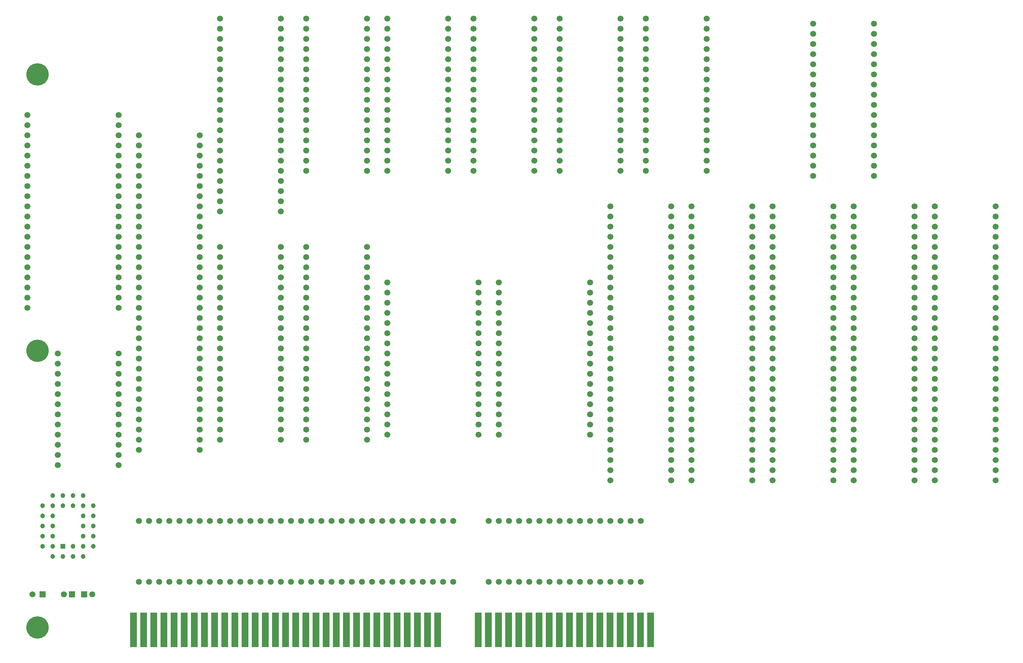
<source format=gbs>
%TF.GenerationSoftware,KiCad,Pcbnew,9.0.2*%
%TF.CreationDate,2025-08-22T21:35:53+02:00*%
%TF.ProjectId,Graphics Board,47726170-6869-4637-9320-426f6172642e,V0*%
%TF.SameCoordinates,Original*%
%TF.FileFunction,Soldermask,Bot*%
%TF.FilePolarity,Negative*%
%FSLAX46Y46*%
G04 Gerber Fmt 4.6, Leading zero omitted, Abs format (unit mm)*
G04 Created by KiCad (PCBNEW 9.0.2) date 2025-08-22 21:35:53*
%MOMM*%
%LPD*%
G01*
G04 APERTURE LIST*
%ADD10C,1.500000*%
%ADD11C,5.600000*%
%ADD12R,1.500000X1.500000*%
%ADD13R,1.780000X8.620000*%
%ADD14C,1.200000*%
%ADD15R,1.200000X1.200000*%
G04 APERTURE END LIST*
D10*
%TO.C,B21*%
X185420000Y152400000D03*
X185420000Y149860000D03*
X185420000Y147320000D03*
X185420000Y144780000D03*
X185420000Y142240000D03*
X185420000Y139700000D03*
X185420000Y137160000D03*
X185420000Y134620000D03*
X185420000Y132080000D03*
X185420000Y129540000D03*
X185420000Y127000000D03*
X185420000Y124460000D03*
X185420000Y121920000D03*
X185420000Y119380000D03*
X185420000Y116840000D03*
X185420000Y114300000D03*
X170180000Y114300000D03*
X170180000Y116840000D03*
X170180000Y119380000D03*
X170180000Y121920000D03*
X170180000Y124460000D03*
X170180000Y127000000D03*
X170180000Y129540000D03*
X170180000Y132080000D03*
X170180000Y134620000D03*
X170180000Y137160000D03*
X170180000Y139700000D03*
X170180000Y142240000D03*
X170180000Y144780000D03*
X170180000Y147320000D03*
X170180000Y149860000D03*
X170180000Y152400000D03*
%TD*%
D11*
%TO.C,H19*%
X-24130000Y139700000D03*
%TD*%
D10*
%TO.C,B2*%
X36830000Y96520000D03*
X36830000Y93980000D03*
X36830000Y91440000D03*
X36830000Y88900000D03*
X36830000Y86360000D03*
X36830000Y83820000D03*
X36830000Y81280000D03*
X36830000Y78740000D03*
X36830000Y76200000D03*
X36830000Y73660000D03*
X36830000Y71120000D03*
X36830000Y68580000D03*
X36830000Y66040000D03*
X36830000Y63500000D03*
X36830000Y60960000D03*
X36830000Y58420000D03*
X36830000Y55880000D03*
X36830000Y53340000D03*
X36830000Y50800000D03*
X36830000Y48260000D03*
X21590000Y48260000D03*
X21590000Y50800000D03*
X21590000Y53340000D03*
X21590000Y55880000D03*
X21590000Y58420000D03*
X21590000Y60960000D03*
X21590000Y63500000D03*
X21590000Y66040000D03*
X21590000Y68580000D03*
X21590000Y71120000D03*
X21590000Y73660000D03*
X21590000Y76200000D03*
X21590000Y78740000D03*
X21590000Y81280000D03*
X21590000Y83820000D03*
X21590000Y86360000D03*
X21590000Y88900000D03*
X21590000Y91440000D03*
X21590000Y93980000D03*
X21590000Y96520000D03*
%TD*%
%TO.C,C2*%
X-10402600Y9525000D03*
D12*
X-12402600Y9525000D03*
%TD*%
D10*
%TO.C,LED1*%
X-25395000Y9525000D03*
D12*
X-22855000Y9525000D03*
%TD*%
D10*
%TO.C,B16*%
X1270000Y27940000D03*
X3810000Y27940000D03*
X6350000Y27940000D03*
X8890000Y27940000D03*
X11430000Y27940000D03*
X13970000Y27940000D03*
X16510000Y27940000D03*
X19050000Y27940000D03*
X21590000Y27940000D03*
X24130000Y27940000D03*
X26670000Y27940000D03*
X29210000Y27940000D03*
X31750000Y27940000D03*
X34290000Y27940000D03*
X36830000Y27940000D03*
X39370000Y27940000D03*
X41910000Y27940000D03*
X44450000Y27940000D03*
X46990000Y27940000D03*
X49530000Y27940000D03*
X52070000Y27940000D03*
X54610000Y27940000D03*
X57150000Y27940000D03*
X59690000Y27940000D03*
X62230000Y27940000D03*
X64770000Y27940000D03*
X67310000Y27940000D03*
X69850000Y27940000D03*
X72390000Y27940000D03*
X74930000Y27940000D03*
X77470000Y27940000D03*
X80010000Y27940000D03*
X80010000Y12700000D03*
X77470000Y12700000D03*
X74930000Y12700000D03*
X72390000Y12700000D03*
X69850000Y12700000D03*
X67310000Y12700000D03*
X64770000Y12700000D03*
X62230000Y12700000D03*
X59690000Y12700000D03*
X57150000Y12700000D03*
X54610000Y12700000D03*
X52070000Y12700000D03*
X49530000Y12700000D03*
X46990000Y12700000D03*
X44450000Y12700000D03*
X41910000Y12700000D03*
X39370000Y12700000D03*
X36830000Y12700000D03*
X34290000Y12700000D03*
X31750000Y12700000D03*
X29210000Y12700000D03*
X26670000Y12700000D03*
X24130000Y12700000D03*
X21590000Y12700000D03*
X19050000Y12700000D03*
X16510000Y12700000D03*
X13970000Y12700000D03*
X11430000Y12700000D03*
X8890000Y12700000D03*
X6350000Y12700000D03*
X3810000Y12700000D03*
X1270000Y12700000D03*
%TD*%
%TO.C,B14*%
X154940000Y106680000D03*
X154940000Y104140000D03*
X154940000Y101600000D03*
X154940000Y99060000D03*
X154940000Y96520000D03*
X154940000Y93980000D03*
X154940000Y91440000D03*
X154940000Y88900000D03*
X154940000Y86360000D03*
X154940000Y83820000D03*
X154940000Y81280000D03*
X154940000Y78740000D03*
X154940000Y76200000D03*
X154940000Y73660000D03*
X154940000Y71120000D03*
X154940000Y68580000D03*
X154940000Y66040000D03*
X154940000Y63500000D03*
X154940000Y60960000D03*
X154940000Y58420000D03*
X154940000Y55880000D03*
X154940000Y53340000D03*
X154940000Y50800000D03*
X154940000Y48260000D03*
X154940000Y45720000D03*
X154940000Y43180000D03*
X154940000Y40640000D03*
X154940000Y38100000D03*
X139700000Y38100000D03*
X139700000Y40640000D03*
X139700000Y43180000D03*
X139700000Y45720000D03*
X139700000Y48260000D03*
X139700000Y50800000D03*
X139700000Y53340000D03*
X139700000Y55880000D03*
X139700000Y58420000D03*
X139700000Y60960000D03*
X139700000Y63500000D03*
X139700000Y66040000D03*
X139700000Y68580000D03*
X139700000Y71120000D03*
X139700000Y73660000D03*
X139700000Y76200000D03*
X139700000Y78740000D03*
X139700000Y81280000D03*
X139700000Y83820000D03*
X139700000Y86360000D03*
X139700000Y88900000D03*
X139700000Y91440000D03*
X139700000Y93980000D03*
X139700000Y96520000D03*
X139700000Y99060000D03*
X139700000Y101600000D03*
X139700000Y104140000D03*
X139700000Y106680000D03*
%TD*%
%TO.C,B7*%
X127000000Y12700000D03*
X124460000Y12700000D03*
X121920000Y12700000D03*
X119380000Y12700000D03*
X116840000Y12700000D03*
X114300000Y12700000D03*
X111760000Y12700000D03*
X109220000Y12700000D03*
X106680000Y12700000D03*
X104140000Y12700000D03*
X101600000Y12700000D03*
X99060000Y12700000D03*
X96520000Y12700000D03*
X93980000Y12700000D03*
X91440000Y12700000D03*
X88900000Y12700000D03*
X88900000Y27940000D03*
X91440000Y27940000D03*
X93980000Y27940000D03*
X96520000Y27940000D03*
X99060000Y27940000D03*
X101600000Y27940000D03*
X104140000Y27940000D03*
X106680000Y27940000D03*
X109220000Y27940000D03*
X111760000Y27940000D03*
X114300000Y27940000D03*
X116840000Y27940000D03*
X119380000Y27940000D03*
X121920000Y27940000D03*
X124460000Y27940000D03*
X127000000Y27940000D03*
%TD*%
D13*
%TO.C,J5*%
X129489200Y635000D03*
X126949200Y635000D03*
X124409200Y635000D03*
X121869200Y635000D03*
X119329200Y635000D03*
X116789200Y635000D03*
X114249200Y635000D03*
X111709200Y635000D03*
X109169200Y635000D03*
X106629200Y635000D03*
X104089200Y635000D03*
X101549200Y635000D03*
X99009200Y635000D03*
X96469200Y635000D03*
X93929200Y635000D03*
X91389200Y635000D03*
X88849200Y635000D03*
X86309200Y635000D03*
X76149200Y635000D03*
X73609200Y635000D03*
X71069200Y635000D03*
X68529200Y635000D03*
X65989200Y635000D03*
X63449200Y635000D03*
X60909200Y635000D03*
X58369200Y635000D03*
X55829200Y635000D03*
X53289200Y635000D03*
X50749200Y635000D03*
X48209200Y635000D03*
X45669200Y635000D03*
X43129200Y635000D03*
X40589200Y635000D03*
X38049200Y635000D03*
X35509200Y635000D03*
X32969200Y635000D03*
X30429200Y635000D03*
X27889200Y635000D03*
X25349200Y635000D03*
X22809200Y635000D03*
X20269200Y635000D03*
X17729200Y635000D03*
X15189200Y635000D03*
X12649200Y635000D03*
X10109200Y635000D03*
X7569200Y635000D03*
X5029200Y635000D03*
X2489200Y635000D03*
X-50800Y635000D03*
%TD*%
D10*
%TO.C,B8*%
X78740000Y153670000D03*
X78740000Y151130000D03*
X78740000Y148590000D03*
X78740000Y146050000D03*
X78740000Y143510000D03*
X78740000Y140970000D03*
X78740000Y138430000D03*
X78740000Y135890000D03*
X78740000Y133350000D03*
X78740000Y130810000D03*
X78740000Y128270000D03*
X78740000Y125730000D03*
X78740000Y123190000D03*
X78740000Y120650000D03*
X78740000Y118110000D03*
X78740000Y115570000D03*
X63500000Y115570000D03*
X63500000Y118110000D03*
X63500000Y120650000D03*
X63500000Y123190000D03*
X63500000Y125730000D03*
X63500000Y128270000D03*
X63500000Y130810000D03*
X63500000Y133350000D03*
X63500000Y135890000D03*
X63500000Y138430000D03*
X63500000Y140970000D03*
X63500000Y143510000D03*
X63500000Y146050000D03*
X63500000Y148590000D03*
X63500000Y151130000D03*
X63500000Y153670000D03*
%TD*%
%TO.C,B15*%
X143510000Y153670000D03*
X143510000Y151130000D03*
X143510000Y148590000D03*
X143510000Y146050000D03*
X143510000Y143510000D03*
X143510000Y140970000D03*
X143510000Y138430000D03*
X143510000Y135890000D03*
X143510000Y133350000D03*
X143510000Y130810000D03*
X143510000Y128270000D03*
X143510000Y125730000D03*
X143510000Y123190000D03*
X143510000Y120650000D03*
X143510000Y118110000D03*
X143510000Y115570000D03*
X128270000Y115570000D03*
X128270000Y118110000D03*
X128270000Y120650000D03*
X128270000Y123190000D03*
X128270000Y125730000D03*
X128270000Y128270000D03*
X128270000Y130810000D03*
X128270000Y133350000D03*
X128270000Y135890000D03*
X128270000Y138430000D03*
X128270000Y140970000D03*
X128270000Y143510000D03*
X128270000Y146050000D03*
X128270000Y148590000D03*
X128270000Y151130000D03*
X128270000Y153670000D03*
%TD*%
%TO.C,B1*%
X16510000Y124460000D03*
X16510000Y121920000D03*
X16510000Y119380000D03*
X16510000Y116840000D03*
X16510000Y114300000D03*
X16510000Y111760000D03*
X16510000Y109220000D03*
X16510000Y106680000D03*
X16510000Y104140000D03*
X16510000Y101600000D03*
X16510000Y99060000D03*
X16510000Y96520000D03*
X16510000Y93980000D03*
X16510000Y91440000D03*
X16510000Y88900000D03*
X16510000Y86360000D03*
X16510000Y83820000D03*
X16510000Y81280000D03*
X16510000Y78740000D03*
X16510000Y76200000D03*
X16510000Y73660000D03*
X16510000Y71120000D03*
X16510000Y68580000D03*
X16510000Y66040000D03*
X16510000Y63500000D03*
X16510000Y60960000D03*
X16510000Y58420000D03*
X16510000Y55880000D03*
X16510000Y53340000D03*
X16510000Y50800000D03*
X16510000Y48260000D03*
X16510000Y45720000D03*
X1270000Y45720000D03*
X1270000Y48260000D03*
X1270000Y50800000D03*
X1270000Y53340000D03*
X1270000Y55880000D03*
X1270000Y58420000D03*
X1270000Y60960000D03*
X1270000Y63500000D03*
X1270000Y66040000D03*
X1270000Y68580000D03*
X1270000Y71120000D03*
X1270000Y73660000D03*
X1270000Y76200000D03*
X1270000Y78740000D03*
X1270000Y81280000D03*
X1270000Y83820000D03*
X1270000Y86360000D03*
X1270000Y88900000D03*
X1270000Y91440000D03*
X1270000Y93980000D03*
X1270000Y96520000D03*
X1270000Y99060000D03*
X1270000Y101600000D03*
X1270000Y104140000D03*
X1270000Y106680000D03*
X1270000Y109220000D03*
X1270000Y111760000D03*
X1270000Y114300000D03*
X1270000Y116840000D03*
X1270000Y119380000D03*
X1270000Y121920000D03*
X1270000Y124460000D03*
%TD*%
%TO.C,C1*%
X-17494000Y9525000D03*
D12*
X-15494000Y9525000D03*
%TD*%
D10*
%TO.C,B5*%
X-3810000Y129540000D03*
X-3810000Y127000000D03*
X-3810000Y124460000D03*
X-3810000Y121920000D03*
X-3810000Y119380000D03*
X-3810000Y116840000D03*
X-3810000Y114300000D03*
X-3810000Y111760000D03*
X-3810000Y109220000D03*
X-3810000Y106680000D03*
X-3810000Y104140000D03*
X-3810000Y101600000D03*
X-3810000Y99060000D03*
X-3810000Y96520000D03*
X-3810000Y93980000D03*
X-3810000Y91440000D03*
X-3810000Y88900000D03*
X-3810000Y86360000D03*
X-3810000Y83820000D03*
X-3810000Y81280000D03*
X-26670000Y81280000D03*
X-26670000Y83820000D03*
X-26670000Y86360000D03*
X-26670000Y88900000D03*
X-26670000Y91440000D03*
X-26670000Y93980000D03*
X-26670000Y96520000D03*
X-26670000Y99060000D03*
X-26670000Y101600000D03*
X-26670000Y104140000D03*
X-26670000Y106680000D03*
X-26670000Y109220000D03*
X-26670000Y111760000D03*
X-26670000Y114300000D03*
X-26670000Y116840000D03*
X-26670000Y119380000D03*
X-26670000Y121920000D03*
X-26670000Y124460000D03*
X-26670000Y127000000D03*
X-26670000Y129540000D03*
%TD*%
%TO.C,B3*%
X58420000Y96520000D03*
X58420000Y93980000D03*
X58420000Y91440000D03*
X58420000Y88900000D03*
X58420000Y86360000D03*
X58420000Y83820000D03*
X58420000Y81280000D03*
X58420000Y78740000D03*
X58420000Y76200000D03*
X58420000Y73660000D03*
X58420000Y71120000D03*
X58420000Y68580000D03*
X58420000Y66040000D03*
X58420000Y63500000D03*
X58420000Y60960000D03*
X58420000Y58420000D03*
X58420000Y55880000D03*
X58420000Y53340000D03*
X58420000Y50800000D03*
X58420000Y48260000D03*
X43180000Y48260000D03*
X43180000Y50800000D03*
X43180000Y53340000D03*
X43180000Y55880000D03*
X43180000Y58420000D03*
X43180000Y60960000D03*
X43180000Y63500000D03*
X43180000Y66040000D03*
X43180000Y68580000D03*
X43180000Y71120000D03*
X43180000Y73660000D03*
X43180000Y76200000D03*
X43180000Y78740000D03*
X43180000Y81280000D03*
X43180000Y83820000D03*
X43180000Y86360000D03*
X43180000Y88900000D03*
X43180000Y91440000D03*
X43180000Y93980000D03*
X43180000Y96520000D03*
%TD*%
%TO.C,B19*%
X86360000Y87630000D03*
X86360000Y85090000D03*
X86360000Y82550000D03*
X86360000Y80010000D03*
X86360000Y77470000D03*
X86360000Y74930000D03*
X86360000Y72390000D03*
X86360000Y69850000D03*
X86360000Y67310000D03*
X86360000Y64770000D03*
X86360000Y62230000D03*
X86360000Y59690000D03*
X86360000Y57150000D03*
X86360000Y54610000D03*
X86360000Y52070000D03*
X86360000Y49530000D03*
X63500000Y49530000D03*
X63500000Y52070000D03*
X63500000Y54610000D03*
X63500000Y57150000D03*
X63500000Y59690000D03*
X63500000Y62230000D03*
X63500000Y64770000D03*
X63500000Y67310000D03*
X63500000Y69850000D03*
X63500000Y72390000D03*
X63500000Y74930000D03*
X63500000Y77470000D03*
X63500000Y80010000D03*
X63500000Y82550000D03*
X63500000Y85090000D03*
X63500000Y87630000D03*
%TD*%
D14*
%TO.C,IC2*%
X-17780000Y19050000D03*
X-20320000Y21590000D03*
X-20320000Y19050000D03*
X-22860000Y21590000D03*
X-20320000Y24130000D03*
X-22860000Y24130000D03*
X-20320000Y26670000D03*
X-22860000Y26670000D03*
X-20320000Y29210000D03*
X-22860000Y29210000D03*
X-20320000Y31750000D03*
X-22860000Y31750000D03*
X-20320000Y34290000D03*
X-17780000Y31750000D03*
X-17780000Y34290000D03*
X-15240000Y31750000D03*
X-15240000Y34290000D03*
X-12700000Y31750000D03*
X-12700000Y34290000D03*
X-10160000Y31750000D03*
X-12700000Y29210000D03*
X-10160000Y29210000D03*
X-12700000Y26670000D03*
X-10160000Y26670000D03*
X-12700000Y24130000D03*
X-10160000Y24130000D03*
X-12700000Y21590000D03*
X-10160000Y21590000D03*
X-12700000Y19050000D03*
X-15240000Y21590000D03*
X-15240000Y19050000D03*
D15*
X-17780000Y21590000D03*
%TD*%
D11*
%TO.C,H1*%
X-24130000Y70485000D03*
%TD*%
D10*
%TO.C,B11*%
X121920000Y153670000D03*
X121920000Y151130000D03*
X121920000Y148590000D03*
X121920000Y146050000D03*
X121920000Y143510000D03*
X121920000Y140970000D03*
X121920000Y138430000D03*
X121920000Y135890000D03*
X121920000Y133350000D03*
X121920000Y130810000D03*
X121920000Y128270000D03*
X121920000Y125730000D03*
X121920000Y123190000D03*
X121920000Y120650000D03*
X121920000Y118110000D03*
X121920000Y115570000D03*
X106680000Y115570000D03*
X106680000Y118110000D03*
X106680000Y120650000D03*
X106680000Y123190000D03*
X106680000Y125730000D03*
X106680000Y128270000D03*
X106680000Y130810000D03*
X106680000Y133350000D03*
X106680000Y135890000D03*
X106680000Y138430000D03*
X106680000Y140970000D03*
X106680000Y143510000D03*
X106680000Y146050000D03*
X106680000Y148590000D03*
X106680000Y151130000D03*
X106680000Y153670000D03*
%TD*%
%TO.C,B18*%
X58420000Y153670000D03*
X58420000Y151130000D03*
X58420000Y148590000D03*
X58420000Y146050000D03*
X58420000Y143510000D03*
X58420000Y140970000D03*
X58420000Y138430000D03*
X58420000Y135890000D03*
X58420000Y133350000D03*
X58420000Y130810000D03*
X58420000Y128270000D03*
X58420000Y125730000D03*
X58420000Y123190000D03*
X58420000Y120650000D03*
X58420000Y118110000D03*
X58420000Y115570000D03*
X43180000Y115570000D03*
X43180000Y118110000D03*
X43180000Y120650000D03*
X43180000Y123190000D03*
X43180000Y125730000D03*
X43180000Y128270000D03*
X43180000Y130810000D03*
X43180000Y133350000D03*
X43180000Y135890000D03*
X43180000Y138430000D03*
X43180000Y140970000D03*
X43180000Y143510000D03*
X43180000Y146050000D03*
X43180000Y148590000D03*
X43180000Y151130000D03*
X43180000Y153670000D03*
%TD*%
%TO.C,B12*%
X134620000Y106680000D03*
X134620000Y104140000D03*
X134620000Y101600000D03*
X134620000Y99060000D03*
X134620000Y96520000D03*
X134620000Y93980000D03*
X134620000Y91440000D03*
X134620000Y88900000D03*
X134620000Y86360000D03*
X134620000Y83820000D03*
X134620000Y81280000D03*
X134620000Y78740000D03*
X134620000Y76200000D03*
X134620000Y73660000D03*
X134620000Y71120000D03*
X134620000Y68580000D03*
X134620000Y66040000D03*
X134620000Y63500000D03*
X134620000Y60960000D03*
X134620000Y58420000D03*
X134620000Y55880000D03*
X134620000Y53340000D03*
X134620000Y50800000D03*
X134620000Y48260000D03*
X134620000Y45720000D03*
X134620000Y43180000D03*
X134620000Y40640000D03*
X134620000Y38100000D03*
X119380000Y38100000D03*
X119380000Y40640000D03*
X119380000Y43180000D03*
X119380000Y45720000D03*
X119380000Y48260000D03*
X119380000Y50800000D03*
X119380000Y53340000D03*
X119380000Y55880000D03*
X119380000Y58420000D03*
X119380000Y60960000D03*
X119380000Y63500000D03*
X119380000Y66040000D03*
X119380000Y68580000D03*
X119380000Y71120000D03*
X119380000Y73660000D03*
X119380000Y76200000D03*
X119380000Y78740000D03*
X119380000Y81280000D03*
X119380000Y83820000D03*
X119380000Y86360000D03*
X119380000Y88900000D03*
X119380000Y91440000D03*
X119380000Y93980000D03*
X119380000Y96520000D03*
X119380000Y99060000D03*
X119380000Y101600000D03*
X119380000Y104140000D03*
X119380000Y106680000D03*
%TD*%
%TO.C,B9*%
X100364000Y153670000D03*
X100364000Y151130000D03*
X100364000Y148590000D03*
X100364000Y146050000D03*
X100364000Y143510000D03*
X100364000Y140970000D03*
X100364000Y138430000D03*
X100364000Y135890000D03*
X100364000Y133350000D03*
X100364000Y130810000D03*
X100364000Y128270000D03*
X100364000Y125730000D03*
X100364000Y123190000D03*
X100364000Y120650000D03*
X100364000Y118110000D03*
X100364000Y115570000D03*
X85124000Y115570000D03*
X85124000Y118110000D03*
X85124000Y120650000D03*
X85124000Y123190000D03*
X85124000Y125730000D03*
X85124000Y128270000D03*
X85124000Y130810000D03*
X85124000Y133350000D03*
X85124000Y135890000D03*
X85124000Y138430000D03*
X85124000Y140970000D03*
X85124000Y143510000D03*
X85124000Y146050000D03*
X85124000Y148590000D03*
X85124000Y151130000D03*
X85124000Y153670000D03*
%TD*%
%TO.C,B4*%
X175260000Y106680000D03*
X175260000Y104140000D03*
X175260000Y101600000D03*
X175260000Y99060000D03*
X175260000Y96520000D03*
X175260000Y93980000D03*
X175260000Y91440000D03*
X175260000Y88900000D03*
X175260000Y86360000D03*
X175260000Y83820000D03*
X175260000Y81280000D03*
X175260000Y78740000D03*
X175260000Y76200000D03*
X175260000Y73660000D03*
X175260000Y71120000D03*
X175260000Y68580000D03*
X175260000Y66040000D03*
X175260000Y63500000D03*
X175260000Y60960000D03*
X175260000Y58420000D03*
X175260000Y55880000D03*
X175260000Y53340000D03*
X175260000Y50800000D03*
X175260000Y48260000D03*
X175260000Y45720000D03*
X175260000Y43180000D03*
X175260000Y40640000D03*
X175260000Y38100000D03*
X160020000Y38100000D03*
X160020000Y40640000D03*
X160020000Y43180000D03*
X160020000Y45720000D03*
X160020000Y48260000D03*
X160020000Y50800000D03*
X160020000Y53340000D03*
X160020000Y55880000D03*
X160020000Y58420000D03*
X160020000Y60960000D03*
X160020000Y63500000D03*
X160020000Y66040000D03*
X160020000Y68580000D03*
X160020000Y71120000D03*
X160020000Y73660000D03*
X160020000Y76200000D03*
X160020000Y78740000D03*
X160020000Y81280000D03*
X160020000Y83820000D03*
X160020000Y86360000D03*
X160020000Y88900000D03*
X160020000Y91440000D03*
X160020000Y93980000D03*
X160020000Y96520000D03*
X160020000Y99060000D03*
X160020000Y101600000D03*
X160020000Y104140000D03*
X160020000Y106680000D03*
%TD*%
%TO.C,B10*%
X-3810000Y69850000D03*
X-3810000Y67310000D03*
X-3810000Y64770000D03*
X-3810000Y62230000D03*
X-3810000Y59690000D03*
X-3810000Y57150000D03*
X-3810000Y54610000D03*
X-3810000Y52070000D03*
X-3810000Y49530000D03*
X-3810000Y46990000D03*
X-3810000Y44450000D03*
X-3810000Y41910000D03*
X-19050000Y41910000D03*
X-19050000Y44450000D03*
X-19050000Y46990000D03*
X-19050000Y49530000D03*
X-19050000Y52070000D03*
X-19050000Y54610000D03*
X-19050000Y57150000D03*
X-19050000Y59690000D03*
X-19050000Y62230000D03*
X-19050000Y64770000D03*
X-19050000Y67310000D03*
X-19050000Y69850000D03*
%TD*%
%TO.C,B6*%
X195580000Y106680000D03*
X195580000Y104140000D03*
X195580000Y101600000D03*
X195580000Y99060000D03*
X195580000Y96520000D03*
X195580000Y93980000D03*
X195580000Y91440000D03*
X195580000Y88900000D03*
X195580000Y86360000D03*
X195580000Y83820000D03*
X195580000Y81280000D03*
X195580000Y78740000D03*
X195580000Y76200000D03*
X195580000Y73660000D03*
X195580000Y71120000D03*
X195580000Y68580000D03*
X195580000Y66040000D03*
X195580000Y63500000D03*
X195580000Y60960000D03*
X195580000Y58420000D03*
X195580000Y55880000D03*
X195580000Y53340000D03*
X195580000Y50800000D03*
X195580000Y48260000D03*
X195580000Y45720000D03*
X195580000Y43180000D03*
X195580000Y40640000D03*
X195580000Y38100000D03*
X180340000Y38100000D03*
X180340000Y40640000D03*
X180340000Y43180000D03*
X180340000Y45720000D03*
X180340000Y48260000D03*
X180340000Y50800000D03*
X180340000Y53340000D03*
X180340000Y55880000D03*
X180340000Y58420000D03*
X180340000Y60960000D03*
X180340000Y63500000D03*
X180340000Y66040000D03*
X180340000Y68580000D03*
X180340000Y71120000D03*
X180340000Y73660000D03*
X180340000Y76200000D03*
X180340000Y78740000D03*
X180340000Y81280000D03*
X180340000Y83820000D03*
X180340000Y86360000D03*
X180340000Y88900000D03*
X180340000Y91440000D03*
X180340000Y93980000D03*
X180340000Y96520000D03*
X180340000Y99060000D03*
X180340000Y101600000D03*
X180340000Y104140000D03*
X180340000Y106680000D03*
%TD*%
%TO.C,B20*%
X114300000Y87630000D03*
X114300000Y85090000D03*
X114300000Y82550000D03*
X114300000Y80010000D03*
X114300000Y77470000D03*
X114300000Y74930000D03*
X114300000Y72390000D03*
X114300000Y69850000D03*
X114300000Y67310000D03*
X114300000Y64770000D03*
X114300000Y62230000D03*
X114300000Y59690000D03*
X114300000Y57150000D03*
X114300000Y54610000D03*
X114300000Y52070000D03*
X114300000Y49530000D03*
X91440000Y49530000D03*
X91440000Y52070000D03*
X91440000Y54610000D03*
X91440000Y57150000D03*
X91440000Y59690000D03*
X91440000Y62230000D03*
X91440000Y64770000D03*
X91440000Y67310000D03*
X91440000Y69850000D03*
X91440000Y72390000D03*
X91440000Y74930000D03*
X91440000Y77470000D03*
X91440000Y80010000D03*
X91440000Y82550000D03*
X91440000Y85090000D03*
X91440000Y87630000D03*
%TD*%
D11*
%TO.C,H9*%
X-24130000Y1270000D03*
%TD*%
D10*
%TO.C,B17*%
X36830000Y153670000D03*
X36830000Y151130000D03*
X36830000Y148590000D03*
X36830000Y146050000D03*
X36830000Y143510000D03*
X36830000Y140970000D03*
X36830000Y138430000D03*
X36830000Y135890000D03*
X36830000Y133350000D03*
X36830000Y130810000D03*
X36830000Y128270000D03*
X36830000Y125730000D03*
X36830000Y123190000D03*
X36830000Y120650000D03*
X36830000Y118110000D03*
X36830000Y115570000D03*
X36830000Y113030000D03*
X36830000Y110490000D03*
X36830000Y107950000D03*
X36830000Y105410000D03*
X21590000Y105410000D03*
X21590000Y107950000D03*
X21590000Y110490000D03*
X21590000Y113030000D03*
X21590000Y115570000D03*
X21590000Y118110000D03*
X21590000Y120650000D03*
X21590000Y123190000D03*
X21590000Y125730000D03*
X21590000Y128270000D03*
X21590000Y130810000D03*
X21590000Y133350000D03*
X21590000Y135890000D03*
X21590000Y138430000D03*
X21590000Y140970000D03*
X21590000Y143510000D03*
X21590000Y146050000D03*
X21590000Y148590000D03*
X21590000Y151130000D03*
X21590000Y153670000D03*
%TD*%
%TO.C,B13*%
X215900000Y106680000D03*
X215900000Y104140000D03*
X215900000Y101600000D03*
X215900000Y99060000D03*
X215900000Y96520000D03*
X215900000Y93980000D03*
X215900000Y91440000D03*
X215900000Y88900000D03*
X215900000Y86360000D03*
X215900000Y83820000D03*
X215900000Y81280000D03*
X215900000Y78740000D03*
X215900000Y76200000D03*
X215900000Y73660000D03*
X215900000Y71120000D03*
X215900000Y68580000D03*
X215900000Y66040000D03*
X215900000Y63500000D03*
X215900000Y60960000D03*
X215900000Y58420000D03*
X215900000Y55880000D03*
X215900000Y53340000D03*
X215900000Y50800000D03*
X215900000Y48260000D03*
X215900000Y45720000D03*
X215900000Y43180000D03*
X215900000Y40640000D03*
X215900000Y38100000D03*
X200660000Y38100000D03*
X200660000Y40640000D03*
X200660000Y43180000D03*
X200660000Y45720000D03*
X200660000Y48260000D03*
X200660000Y50800000D03*
X200660000Y53340000D03*
X200660000Y55880000D03*
X200660000Y58420000D03*
X200660000Y60960000D03*
X200660000Y63500000D03*
X200660000Y66040000D03*
X200660000Y68580000D03*
X200660000Y71120000D03*
X200660000Y73660000D03*
X200660000Y76200000D03*
X200660000Y78740000D03*
X200660000Y81280000D03*
X200660000Y83820000D03*
X200660000Y86360000D03*
X200660000Y88900000D03*
X200660000Y91440000D03*
X200660000Y93980000D03*
X200660000Y96520000D03*
X200660000Y99060000D03*
X200660000Y101600000D03*
X200660000Y104140000D03*
X200660000Y106680000D03*
%TD*%
M02*

</source>
